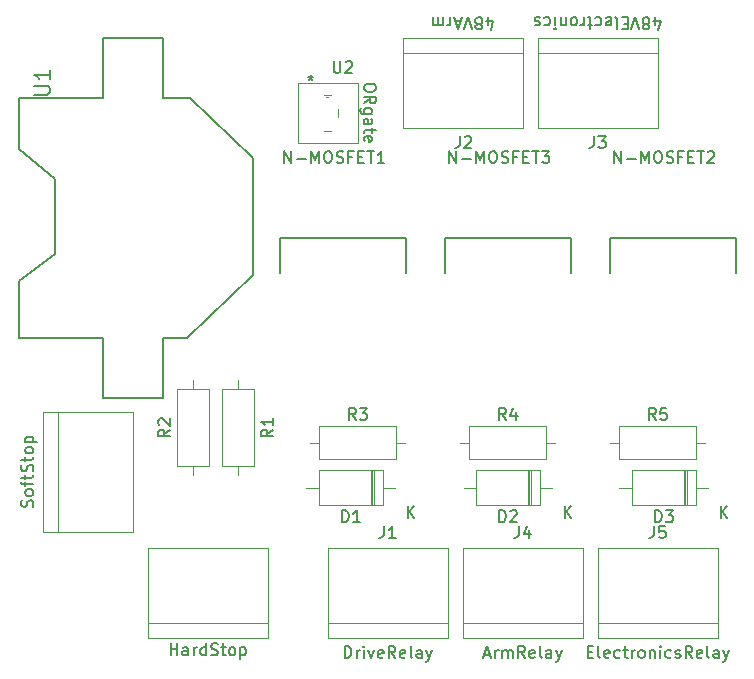
<source format=gbr>
%TF.GenerationSoftware,KiCad,Pcbnew,(5.1.10)-1*%
%TF.CreationDate,2022-01-12T13:36:28-08:00*%
%TF.ProjectId,killswitch,6b696c6c-7377-4697-9463-682e6b696361,rev?*%
%TF.SameCoordinates,Original*%
%TF.FileFunction,Legend,Top*%
%TF.FilePolarity,Positive*%
%FSLAX46Y46*%
G04 Gerber Fmt 4.6, Leading zero omitted, Abs format (unit mm)*
G04 Created by KiCad (PCBNEW (5.1.10)-1) date 2022-01-12 13:36:28*
%MOMM*%
%LPD*%
G01*
G04 APERTURE LIST*
%ADD10C,0.120000*%
%ADD11C,0.150000*%
%ADD12C,0.127000*%
G04 APERTURE END LIST*
D10*
X160020000Y-60960000D02*
X154940000Y-60960000D01*
X160020000Y-66040000D02*
X160020000Y-60960000D01*
X154940000Y-66040000D02*
X160020000Y-66040000D01*
X154940000Y-60960000D02*
X154940000Y-66040000D01*
D11*
X171029047Y-56094285D02*
X171029047Y-55427619D01*
X171267142Y-56475238D02*
X171505238Y-55760952D01*
X170886190Y-55760952D01*
X170362380Y-55999047D02*
X170457619Y-56046666D01*
X170505238Y-56094285D01*
X170552857Y-56189523D01*
X170552857Y-56237142D01*
X170505238Y-56332380D01*
X170457619Y-56380000D01*
X170362380Y-56427619D01*
X170171904Y-56427619D01*
X170076666Y-56380000D01*
X170029047Y-56332380D01*
X169981428Y-56237142D01*
X169981428Y-56189523D01*
X170029047Y-56094285D01*
X170076666Y-56046666D01*
X170171904Y-55999047D01*
X170362380Y-55999047D01*
X170457619Y-55951428D01*
X170505238Y-55903809D01*
X170552857Y-55808571D01*
X170552857Y-55618095D01*
X170505238Y-55522857D01*
X170457619Y-55475238D01*
X170362380Y-55427619D01*
X170171904Y-55427619D01*
X170076666Y-55475238D01*
X170029047Y-55522857D01*
X169981428Y-55618095D01*
X169981428Y-55808571D01*
X170029047Y-55903809D01*
X170076666Y-55951428D01*
X170171904Y-55999047D01*
X169695714Y-56427619D02*
X169362380Y-55427619D01*
X169029047Y-56427619D01*
X168743333Y-55713333D02*
X168267142Y-55713333D01*
X168838571Y-55427619D02*
X168505238Y-56427619D01*
X168171904Y-55427619D01*
X167838571Y-55427619D02*
X167838571Y-56094285D01*
X167838571Y-55903809D02*
X167790952Y-55999047D01*
X167743333Y-56046666D01*
X167648095Y-56094285D01*
X167552857Y-56094285D01*
X167219523Y-55427619D02*
X167219523Y-56094285D01*
X167219523Y-55999047D02*
X167171904Y-56046666D01*
X167076666Y-56094285D01*
X166933809Y-56094285D01*
X166838571Y-56046666D01*
X166790952Y-55951428D01*
X166790952Y-55427619D01*
X166790952Y-55951428D02*
X166743333Y-56046666D01*
X166648095Y-56094285D01*
X166505238Y-56094285D01*
X166410000Y-56046666D01*
X166362380Y-55951428D01*
X166362380Y-55427619D01*
X185197142Y-56094285D02*
X185197142Y-55427619D01*
X185435238Y-56475238D02*
X185673333Y-55760952D01*
X185054285Y-55760952D01*
X184530476Y-55999047D02*
X184625714Y-56046666D01*
X184673333Y-56094285D01*
X184720952Y-56189523D01*
X184720952Y-56237142D01*
X184673333Y-56332380D01*
X184625714Y-56380000D01*
X184530476Y-56427619D01*
X184340000Y-56427619D01*
X184244761Y-56380000D01*
X184197142Y-56332380D01*
X184149523Y-56237142D01*
X184149523Y-56189523D01*
X184197142Y-56094285D01*
X184244761Y-56046666D01*
X184340000Y-55999047D01*
X184530476Y-55999047D01*
X184625714Y-55951428D01*
X184673333Y-55903809D01*
X184720952Y-55808571D01*
X184720952Y-55618095D01*
X184673333Y-55522857D01*
X184625714Y-55475238D01*
X184530476Y-55427619D01*
X184340000Y-55427619D01*
X184244761Y-55475238D01*
X184197142Y-55522857D01*
X184149523Y-55618095D01*
X184149523Y-55808571D01*
X184197142Y-55903809D01*
X184244761Y-55951428D01*
X184340000Y-55999047D01*
X183863809Y-56427619D02*
X183530476Y-55427619D01*
X183197142Y-56427619D01*
X182863809Y-55951428D02*
X182530476Y-55951428D01*
X182387619Y-55427619D02*
X182863809Y-55427619D01*
X182863809Y-56427619D01*
X182387619Y-56427619D01*
X181816190Y-55427619D02*
X181911428Y-55475238D01*
X181959047Y-55570476D01*
X181959047Y-56427619D01*
X181054285Y-55475238D02*
X181149523Y-55427619D01*
X181340000Y-55427619D01*
X181435238Y-55475238D01*
X181482857Y-55570476D01*
X181482857Y-55951428D01*
X181435238Y-56046666D01*
X181340000Y-56094285D01*
X181149523Y-56094285D01*
X181054285Y-56046666D01*
X181006666Y-55951428D01*
X181006666Y-55856190D01*
X181482857Y-55760952D01*
X180149523Y-55475238D02*
X180244761Y-55427619D01*
X180435238Y-55427619D01*
X180530476Y-55475238D01*
X180578095Y-55522857D01*
X180625714Y-55618095D01*
X180625714Y-55903809D01*
X180578095Y-55999047D01*
X180530476Y-56046666D01*
X180435238Y-56094285D01*
X180244761Y-56094285D01*
X180149523Y-56046666D01*
X179863809Y-56094285D02*
X179482857Y-56094285D01*
X179720952Y-56427619D02*
X179720952Y-55570476D01*
X179673333Y-55475238D01*
X179578095Y-55427619D01*
X179482857Y-55427619D01*
X179149523Y-55427619D02*
X179149523Y-56094285D01*
X179149523Y-55903809D02*
X179101904Y-55999047D01*
X179054285Y-56046666D01*
X178959047Y-56094285D01*
X178863809Y-56094285D01*
X178387619Y-55427619D02*
X178482857Y-55475238D01*
X178530476Y-55522857D01*
X178578095Y-55618095D01*
X178578095Y-55903809D01*
X178530476Y-55999047D01*
X178482857Y-56046666D01*
X178387619Y-56094285D01*
X178244761Y-56094285D01*
X178149523Y-56046666D01*
X178101904Y-55999047D01*
X178054285Y-55903809D01*
X178054285Y-55618095D01*
X178101904Y-55522857D01*
X178149523Y-55475238D01*
X178244761Y-55427619D01*
X178387619Y-55427619D01*
X177625714Y-56094285D02*
X177625714Y-55427619D01*
X177625714Y-55999047D02*
X177578095Y-56046666D01*
X177482857Y-56094285D01*
X177340000Y-56094285D01*
X177244761Y-56046666D01*
X177197142Y-55951428D01*
X177197142Y-55427619D01*
X176720952Y-55427619D02*
X176720952Y-56094285D01*
X176720952Y-56427619D02*
X176768571Y-56380000D01*
X176720952Y-56332380D01*
X176673333Y-56380000D01*
X176720952Y-56427619D01*
X176720952Y-56332380D01*
X175816190Y-55475238D02*
X175911428Y-55427619D01*
X176101904Y-55427619D01*
X176197142Y-55475238D01*
X176244761Y-55522857D01*
X176292380Y-55618095D01*
X176292380Y-55903809D01*
X176244761Y-55999047D01*
X176197142Y-56046666D01*
X176101904Y-56094285D01*
X175911428Y-56094285D01*
X175816190Y-56046666D01*
X175435238Y-55475238D02*
X175340000Y-55427619D01*
X175149523Y-55427619D01*
X175054285Y-55475238D01*
X175006666Y-55570476D01*
X175006666Y-55618095D01*
X175054285Y-55713333D01*
X175149523Y-55760952D01*
X175292380Y-55760952D01*
X175387619Y-55808571D01*
X175435238Y-55903809D01*
X175435238Y-55951428D01*
X175387619Y-56046666D01*
X175292380Y-56094285D01*
X175149523Y-56094285D01*
X175054285Y-56046666D01*
X179491428Y-109148571D02*
X179824761Y-109148571D01*
X179967619Y-109672380D02*
X179491428Y-109672380D01*
X179491428Y-108672380D01*
X179967619Y-108672380D01*
X180539047Y-109672380D02*
X180443809Y-109624761D01*
X180396190Y-109529523D01*
X180396190Y-108672380D01*
X181300952Y-109624761D02*
X181205714Y-109672380D01*
X181015238Y-109672380D01*
X180920000Y-109624761D01*
X180872380Y-109529523D01*
X180872380Y-109148571D01*
X180920000Y-109053333D01*
X181015238Y-109005714D01*
X181205714Y-109005714D01*
X181300952Y-109053333D01*
X181348571Y-109148571D01*
X181348571Y-109243809D01*
X180872380Y-109339047D01*
X182205714Y-109624761D02*
X182110476Y-109672380D01*
X181920000Y-109672380D01*
X181824761Y-109624761D01*
X181777142Y-109577142D01*
X181729523Y-109481904D01*
X181729523Y-109196190D01*
X181777142Y-109100952D01*
X181824761Y-109053333D01*
X181920000Y-109005714D01*
X182110476Y-109005714D01*
X182205714Y-109053333D01*
X182491428Y-109005714D02*
X182872380Y-109005714D01*
X182634285Y-108672380D02*
X182634285Y-109529523D01*
X182681904Y-109624761D01*
X182777142Y-109672380D01*
X182872380Y-109672380D01*
X183205714Y-109672380D02*
X183205714Y-109005714D01*
X183205714Y-109196190D02*
X183253333Y-109100952D01*
X183300952Y-109053333D01*
X183396190Y-109005714D01*
X183491428Y-109005714D01*
X183967619Y-109672380D02*
X183872380Y-109624761D01*
X183824761Y-109577142D01*
X183777142Y-109481904D01*
X183777142Y-109196190D01*
X183824761Y-109100952D01*
X183872380Y-109053333D01*
X183967619Y-109005714D01*
X184110476Y-109005714D01*
X184205714Y-109053333D01*
X184253333Y-109100952D01*
X184300952Y-109196190D01*
X184300952Y-109481904D01*
X184253333Y-109577142D01*
X184205714Y-109624761D01*
X184110476Y-109672380D01*
X183967619Y-109672380D01*
X184729523Y-109005714D02*
X184729523Y-109672380D01*
X184729523Y-109100952D02*
X184777142Y-109053333D01*
X184872380Y-109005714D01*
X185015238Y-109005714D01*
X185110476Y-109053333D01*
X185158095Y-109148571D01*
X185158095Y-109672380D01*
X185634285Y-109672380D02*
X185634285Y-109005714D01*
X185634285Y-108672380D02*
X185586666Y-108720000D01*
X185634285Y-108767619D01*
X185681904Y-108720000D01*
X185634285Y-108672380D01*
X185634285Y-108767619D01*
X186539047Y-109624761D02*
X186443809Y-109672380D01*
X186253333Y-109672380D01*
X186158095Y-109624761D01*
X186110476Y-109577142D01*
X186062857Y-109481904D01*
X186062857Y-109196190D01*
X186110476Y-109100952D01*
X186158095Y-109053333D01*
X186253333Y-109005714D01*
X186443809Y-109005714D01*
X186539047Y-109053333D01*
X186920000Y-109624761D02*
X187015238Y-109672380D01*
X187205714Y-109672380D01*
X187300952Y-109624761D01*
X187348571Y-109529523D01*
X187348571Y-109481904D01*
X187300952Y-109386666D01*
X187205714Y-109339047D01*
X187062857Y-109339047D01*
X186967619Y-109291428D01*
X186920000Y-109196190D01*
X186920000Y-109148571D01*
X186967619Y-109053333D01*
X187062857Y-109005714D01*
X187205714Y-109005714D01*
X187300952Y-109053333D01*
X188348571Y-109672380D02*
X188015238Y-109196190D01*
X187777142Y-109672380D02*
X187777142Y-108672380D01*
X188158095Y-108672380D01*
X188253333Y-108720000D01*
X188300952Y-108767619D01*
X188348571Y-108862857D01*
X188348571Y-109005714D01*
X188300952Y-109100952D01*
X188253333Y-109148571D01*
X188158095Y-109196190D01*
X187777142Y-109196190D01*
X189158095Y-109624761D02*
X189062857Y-109672380D01*
X188872380Y-109672380D01*
X188777142Y-109624761D01*
X188729523Y-109529523D01*
X188729523Y-109148571D01*
X188777142Y-109053333D01*
X188872380Y-109005714D01*
X189062857Y-109005714D01*
X189158095Y-109053333D01*
X189205714Y-109148571D01*
X189205714Y-109243809D01*
X188729523Y-109339047D01*
X189777142Y-109672380D02*
X189681904Y-109624761D01*
X189634285Y-109529523D01*
X189634285Y-108672380D01*
X190586666Y-109672380D02*
X190586666Y-109148571D01*
X190539047Y-109053333D01*
X190443809Y-109005714D01*
X190253333Y-109005714D01*
X190158095Y-109053333D01*
X190586666Y-109624761D02*
X190491428Y-109672380D01*
X190253333Y-109672380D01*
X190158095Y-109624761D01*
X190110476Y-109529523D01*
X190110476Y-109434285D01*
X190158095Y-109339047D01*
X190253333Y-109291428D01*
X190491428Y-109291428D01*
X190586666Y-109243809D01*
X190967619Y-109005714D02*
X191205714Y-109672380D01*
X191443809Y-109005714D02*
X191205714Y-109672380D01*
X191110476Y-109910476D01*
X191062857Y-109958095D01*
X190967619Y-110005714D01*
X170751904Y-109386666D02*
X171228095Y-109386666D01*
X170656666Y-109672380D02*
X170990000Y-108672380D01*
X171323333Y-109672380D01*
X171656666Y-109672380D02*
X171656666Y-109005714D01*
X171656666Y-109196190D02*
X171704285Y-109100952D01*
X171751904Y-109053333D01*
X171847142Y-109005714D01*
X171942380Y-109005714D01*
X172275714Y-109672380D02*
X172275714Y-109005714D01*
X172275714Y-109100952D02*
X172323333Y-109053333D01*
X172418571Y-109005714D01*
X172561428Y-109005714D01*
X172656666Y-109053333D01*
X172704285Y-109148571D01*
X172704285Y-109672380D01*
X172704285Y-109148571D02*
X172751904Y-109053333D01*
X172847142Y-109005714D01*
X172990000Y-109005714D01*
X173085238Y-109053333D01*
X173132857Y-109148571D01*
X173132857Y-109672380D01*
X174180476Y-109672380D02*
X173847142Y-109196190D01*
X173609047Y-109672380D02*
X173609047Y-108672380D01*
X173990000Y-108672380D01*
X174085238Y-108720000D01*
X174132857Y-108767619D01*
X174180476Y-108862857D01*
X174180476Y-109005714D01*
X174132857Y-109100952D01*
X174085238Y-109148571D01*
X173990000Y-109196190D01*
X173609047Y-109196190D01*
X174990000Y-109624761D02*
X174894761Y-109672380D01*
X174704285Y-109672380D01*
X174609047Y-109624761D01*
X174561428Y-109529523D01*
X174561428Y-109148571D01*
X174609047Y-109053333D01*
X174704285Y-109005714D01*
X174894761Y-109005714D01*
X174990000Y-109053333D01*
X175037619Y-109148571D01*
X175037619Y-109243809D01*
X174561428Y-109339047D01*
X175609047Y-109672380D02*
X175513809Y-109624761D01*
X175466190Y-109529523D01*
X175466190Y-108672380D01*
X176418571Y-109672380D02*
X176418571Y-109148571D01*
X176370952Y-109053333D01*
X176275714Y-109005714D01*
X176085238Y-109005714D01*
X175990000Y-109053333D01*
X176418571Y-109624761D02*
X176323333Y-109672380D01*
X176085238Y-109672380D01*
X175990000Y-109624761D01*
X175942380Y-109529523D01*
X175942380Y-109434285D01*
X175990000Y-109339047D01*
X176085238Y-109291428D01*
X176323333Y-109291428D01*
X176418571Y-109243809D01*
X176799523Y-109005714D02*
X177037619Y-109672380D01*
X177275714Y-109005714D02*
X177037619Y-109672380D01*
X176942380Y-109910476D01*
X176894761Y-109958095D01*
X176799523Y-110005714D01*
X158917142Y-109672380D02*
X158917142Y-108672380D01*
X159155238Y-108672380D01*
X159298095Y-108720000D01*
X159393333Y-108815238D01*
X159440952Y-108910476D01*
X159488571Y-109100952D01*
X159488571Y-109243809D01*
X159440952Y-109434285D01*
X159393333Y-109529523D01*
X159298095Y-109624761D01*
X159155238Y-109672380D01*
X158917142Y-109672380D01*
X159917142Y-109672380D02*
X159917142Y-109005714D01*
X159917142Y-109196190D02*
X159964761Y-109100952D01*
X160012380Y-109053333D01*
X160107619Y-109005714D01*
X160202857Y-109005714D01*
X160536190Y-109672380D02*
X160536190Y-109005714D01*
X160536190Y-108672380D02*
X160488571Y-108720000D01*
X160536190Y-108767619D01*
X160583809Y-108720000D01*
X160536190Y-108672380D01*
X160536190Y-108767619D01*
X160917142Y-109005714D02*
X161155238Y-109672380D01*
X161393333Y-109005714D01*
X162155238Y-109624761D02*
X162060000Y-109672380D01*
X161869523Y-109672380D01*
X161774285Y-109624761D01*
X161726666Y-109529523D01*
X161726666Y-109148571D01*
X161774285Y-109053333D01*
X161869523Y-109005714D01*
X162060000Y-109005714D01*
X162155238Y-109053333D01*
X162202857Y-109148571D01*
X162202857Y-109243809D01*
X161726666Y-109339047D01*
X163202857Y-109672380D02*
X162869523Y-109196190D01*
X162631428Y-109672380D02*
X162631428Y-108672380D01*
X163012380Y-108672380D01*
X163107619Y-108720000D01*
X163155238Y-108767619D01*
X163202857Y-108862857D01*
X163202857Y-109005714D01*
X163155238Y-109100952D01*
X163107619Y-109148571D01*
X163012380Y-109196190D01*
X162631428Y-109196190D01*
X164012380Y-109624761D02*
X163917142Y-109672380D01*
X163726666Y-109672380D01*
X163631428Y-109624761D01*
X163583809Y-109529523D01*
X163583809Y-109148571D01*
X163631428Y-109053333D01*
X163726666Y-109005714D01*
X163917142Y-109005714D01*
X164012380Y-109053333D01*
X164060000Y-109148571D01*
X164060000Y-109243809D01*
X163583809Y-109339047D01*
X164631428Y-109672380D02*
X164536190Y-109624761D01*
X164488571Y-109529523D01*
X164488571Y-108672380D01*
X165440952Y-109672380D02*
X165440952Y-109148571D01*
X165393333Y-109053333D01*
X165298095Y-109005714D01*
X165107619Y-109005714D01*
X165012380Y-109053333D01*
X165440952Y-109624761D02*
X165345714Y-109672380D01*
X165107619Y-109672380D01*
X165012380Y-109624761D01*
X164964761Y-109529523D01*
X164964761Y-109434285D01*
X165012380Y-109339047D01*
X165107619Y-109291428D01*
X165345714Y-109291428D01*
X165440952Y-109243809D01*
X165821904Y-109005714D02*
X166060000Y-109672380D01*
X166298095Y-109005714D02*
X166060000Y-109672380D01*
X165964761Y-109910476D01*
X165917142Y-109958095D01*
X165821904Y-110005714D01*
D10*
%TO.C,D1*%
X162140000Y-96720000D02*
X162140000Y-93780000D01*
X162140000Y-93780000D02*
X156700000Y-93780000D01*
X156700000Y-93780000D02*
X156700000Y-96720000D01*
X156700000Y-96720000D02*
X162140000Y-96720000D01*
X163160000Y-95250000D02*
X162140000Y-95250000D01*
X155680000Y-95250000D02*
X156700000Y-95250000D01*
X161240000Y-96720000D02*
X161240000Y-93780000D01*
X161120000Y-96720000D02*
X161120000Y-93780000D01*
X161360000Y-96720000D02*
X161360000Y-93780000D01*
%TO.C,D2*%
X175440000Y-96720000D02*
X175440000Y-93780000D01*
X175440000Y-93780000D02*
X170000000Y-93780000D01*
X170000000Y-93780000D02*
X170000000Y-96720000D01*
X170000000Y-96720000D02*
X175440000Y-96720000D01*
X176460000Y-95250000D02*
X175440000Y-95250000D01*
X168980000Y-95250000D02*
X170000000Y-95250000D01*
X174540000Y-96720000D02*
X174540000Y-93780000D01*
X174420000Y-96720000D02*
X174420000Y-93780000D01*
X174660000Y-96720000D02*
X174660000Y-93780000D01*
%TO.C,D3*%
X187860000Y-96720000D02*
X187860000Y-93780000D01*
X187620000Y-96720000D02*
X187620000Y-93780000D01*
X187740000Y-96720000D02*
X187740000Y-93780000D01*
X182180000Y-95250000D02*
X183200000Y-95250000D01*
X189660000Y-95250000D02*
X188640000Y-95250000D01*
X183200000Y-96720000D02*
X188640000Y-96720000D01*
X183200000Y-93780000D02*
X183200000Y-96720000D01*
X188640000Y-93780000D02*
X183200000Y-93780000D01*
X188640000Y-96720000D02*
X188640000Y-93780000D01*
%TO.C,J1*%
X157480000Y-107950000D02*
X167640000Y-107950000D01*
X157480000Y-100330000D02*
X157480000Y-107950000D01*
X167640000Y-100330000D02*
X157480000Y-100330000D01*
X167640000Y-107950000D02*
X167640000Y-100330000D01*
X167640000Y-106680000D02*
X157480000Y-106680000D01*
%TO.C,J2*%
X163855400Y-58420000D02*
X174015400Y-58420000D01*
X163855400Y-64770000D02*
X174015400Y-64770000D01*
X163855400Y-57150000D02*
X163855400Y-64770000D01*
X174015400Y-57150000D02*
X163855400Y-57150000D01*
X174015400Y-64770000D02*
X174015400Y-57150000D01*
%TO.C,J4*%
X179070000Y-106680000D02*
X168910000Y-106680000D01*
X179070000Y-107950000D02*
X179070000Y-100330000D01*
X179070000Y-100330000D02*
X168910000Y-100330000D01*
X168910000Y-100330000D02*
X168910000Y-107950000D01*
X168910000Y-107950000D02*
X179070000Y-107950000D01*
%TO.C,J5*%
X180340000Y-107950000D02*
X190500000Y-107950000D01*
X180340000Y-100330000D02*
X180340000Y-107950000D01*
X190500000Y-100330000D02*
X180340000Y-100330000D01*
X190500000Y-107950000D02*
X190500000Y-100330000D01*
X190500000Y-106680000D02*
X180340000Y-106680000D01*
D11*
%TO.C,N-MOSFET1*%
X164085000Y-74110000D02*
X164085000Y-77095000D01*
X164085000Y-74110000D02*
X153415000Y-74110000D01*
X153415000Y-74110000D02*
X153415000Y-77095000D01*
%TO.C,N-MOSFET2*%
X181355000Y-74110000D02*
X181355000Y-77095000D01*
X192025000Y-74110000D02*
X181355000Y-74110000D01*
X192025000Y-74110000D02*
X192025000Y-77095000D01*
%TO.C,N-MOSFET3*%
X178055000Y-74110000D02*
X178055000Y-77095000D01*
X178055000Y-74110000D02*
X167385000Y-74110000D01*
X167385000Y-74110000D02*
X167385000Y-77095000D01*
D10*
%TO.C,SoftStop*%
X134620000Y-99034600D02*
X134620000Y-88874600D01*
X140970000Y-99034600D02*
X140970000Y-88874600D01*
X133350000Y-99034600D02*
X140970000Y-99034600D01*
X133350000Y-88874600D02*
X133350000Y-99034600D01*
X140970000Y-88874600D02*
X133350000Y-88874600D01*
%TO.C,HardStop*%
X142240000Y-100330000D02*
X142240000Y-107950000D01*
X142240000Y-107950000D02*
X152400000Y-107950000D01*
X152400000Y-107950000D02*
X152400000Y-100330000D01*
X152400000Y-100330000D02*
X142240000Y-100330000D01*
X152400000Y-106680000D02*
X142240000Y-106680000D01*
%TO.C,R1*%
X149860000Y-86130000D02*
X149860000Y-86900000D01*
X149860000Y-94210000D02*
X149860000Y-93440000D01*
X148490000Y-86900000D02*
X148490000Y-93440000D01*
X151230000Y-86900000D02*
X148490000Y-86900000D01*
X151230000Y-93440000D02*
X151230000Y-86900000D01*
X148490000Y-93440000D02*
X151230000Y-93440000D01*
%TO.C,R2*%
X146050000Y-86130000D02*
X146050000Y-86900000D01*
X146050000Y-94210000D02*
X146050000Y-93440000D01*
X144680000Y-86900000D02*
X144680000Y-93440000D01*
X147420000Y-86900000D02*
X144680000Y-86900000D01*
X147420000Y-93440000D02*
X147420000Y-86900000D01*
X144680000Y-93440000D02*
X147420000Y-93440000D01*
%TO.C,R3*%
X156750000Y-90070000D02*
X156750000Y-92810000D01*
X156750000Y-92810000D02*
X163290000Y-92810000D01*
X163290000Y-92810000D02*
X163290000Y-90070000D01*
X163290000Y-90070000D02*
X156750000Y-90070000D01*
X155980000Y-91440000D02*
X156750000Y-91440000D01*
X164060000Y-91440000D02*
X163290000Y-91440000D01*
%TO.C,R4*%
X176760000Y-91440000D02*
X175990000Y-91440000D01*
X168680000Y-91440000D02*
X169450000Y-91440000D01*
X175990000Y-90070000D02*
X169450000Y-90070000D01*
X175990000Y-92810000D02*
X175990000Y-90070000D01*
X169450000Y-92810000D02*
X175990000Y-92810000D01*
X169450000Y-90070000D02*
X169450000Y-92810000D01*
%TO.C,R5*%
X182150000Y-90070000D02*
X182150000Y-92810000D01*
X182150000Y-92810000D02*
X188690000Y-92810000D01*
X188690000Y-92810000D02*
X188690000Y-90070000D01*
X188690000Y-90070000D02*
X182150000Y-90070000D01*
X181380000Y-91440000D02*
X182150000Y-91440000D01*
X189460000Y-91440000D02*
X188690000Y-91440000D01*
D12*
%TO.C,U1*%
X143510000Y-87630000D02*
X143510000Y-82550000D01*
X143510000Y-82550000D02*
X145542000Y-82550000D01*
X145542000Y-82550000D02*
X151130000Y-77216000D01*
X151130000Y-77216000D02*
X151130000Y-67310000D01*
X151130000Y-67310000D02*
X145796000Y-62230000D01*
X145796000Y-62230000D02*
X143510000Y-62230000D01*
X143510000Y-62230000D02*
X143510000Y-57150000D01*
X143510000Y-57150000D02*
X138430000Y-57150000D01*
X138430000Y-57150000D02*
X138430000Y-62230000D01*
X138430000Y-62230000D02*
X131318000Y-62230000D01*
X131318000Y-62230000D02*
X131318000Y-66548000D01*
X131318000Y-66548000D02*
X134366000Y-69088000D01*
X134366000Y-69088000D02*
X134366000Y-75438000D01*
X134366000Y-75438000D02*
X131318000Y-77724000D01*
X131318000Y-77724000D02*
X131318000Y-82550000D01*
X131318000Y-82550000D02*
X138430000Y-82550000D01*
X138430000Y-82550000D02*
X138430000Y-87630000D01*
X138430000Y-87630000D02*
X143510000Y-87630000D01*
D10*
%TO.C,U2*%
X157782516Y-61976000D02*
X157177484Y-61976000D01*
X158356300Y-63837861D02*
X158356300Y-63162139D01*
X157177484Y-65024000D02*
X157782516Y-65024000D01*
X157604872Y-62254047D02*
G75*
G02*
X157355128Y-62254047I-124872J278047D01*
G01*
%TO.C,J3*%
X175285400Y-58420000D02*
X185445400Y-58420000D01*
X175285400Y-64770000D02*
X185445400Y-64770000D01*
X175285400Y-57150000D02*
X175285400Y-64770000D01*
X185445400Y-57150000D02*
X175285400Y-57150000D01*
X185445400Y-64770000D02*
X185445400Y-57150000D01*
%TO.C,D1*%
D11*
X158681904Y-98172380D02*
X158681904Y-97172380D01*
X158920000Y-97172380D01*
X159062857Y-97220000D01*
X159158095Y-97315238D01*
X159205714Y-97410476D01*
X159253333Y-97600952D01*
X159253333Y-97743809D01*
X159205714Y-97934285D01*
X159158095Y-98029523D01*
X159062857Y-98124761D01*
X158920000Y-98172380D01*
X158681904Y-98172380D01*
X160205714Y-98172380D02*
X159634285Y-98172380D01*
X159920000Y-98172380D02*
X159920000Y-97172380D01*
X159824761Y-97315238D01*
X159729523Y-97410476D01*
X159634285Y-97458095D01*
X164238095Y-97802380D02*
X164238095Y-96802380D01*
X164809523Y-97802380D02*
X164380952Y-97230952D01*
X164809523Y-96802380D02*
X164238095Y-97373809D01*
%TO.C,D2*%
X171981904Y-98172380D02*
X171981904Y-97172380D01*
X172220000Y-97172380D01*
X172362857Y-97220000D01*
X172458095Y-97315238D01*
X172505714Y-97410476D01*
X172553333Y-97600952D01*
X172553333Y-97743809D01*
X172505714Y-97934285D01*
X172458095Y-98029523D01*
X172362857Y-98124761D01*
X172220000Y-98172380D01*
X171981904Y-98172380D01*
X172934285Y-97267619D02*
X172981904Y-97220000D01*
X173077142Y-97172380D01*
X173315238Y-97172380D01*
X173410476Y-97220000D01*
X173458095Y-97267619D01*
X173505714Y-97362857D01*
X173505714Y-97458095D01*
X173458095Y-97600952D01*
X172886666Y-98172380D01*
X173505714Y-98172380D01*
X177538095Y-97802380D02*
X177538095Y-96802380D01*
X178109523Y-97802380D02*
X177680952Y-97230952D01*
X178109523Y-96802380D02*
X177538095Y-97373809D01*
%TO.C,D3*%
X185181904Y-98172380D02*
X185181904Y-97172380D01*
X185420000Y-97172380D01*
X185562857Y-97220000D01*
X185658095Y-97315238D01*
X185705714Y-97410476D01*
X185753333Y-97600952D01*
X185753333Y-97743809D01*
X185705714Y-97934285D01*
X185658095Y-98029523D01*
X185562857Y-98124761D01*
X185420000Y-98172380D01*
X185181904Y-98172380D01*
X186086666Y-97172380D02*
X186705714Y-97172380D01*
X186372380Y-97553333D01*
X186515238Y-97553333D01*
X186610476Y-97600952D01*
X186658095Y-97648571D01*
X186705714Y-97743809D01*
X186705714Y-97981904D01*
X186658095Y-98077142D01*
X186610476Y-98124761D01*
X186515238Y-98172380D01*
X186229523Y-98172380D01*
X186134285Y-98124761D01*
X186086666Y-98077142D01*
X190738095Y-97802380D02*
X190738095Y-96802380D01*
X191309523Y-97802380D02*
X190880952Y-97230952D01*
X191309523Y-96802380D02*
X190738095Y-97373809D01*
%TO.C,J1*%
X162226666Y-98512380D02*
X162226666Y-99226666D01*
X162179047Y-99369523D01*
X162083809Y-99464761D01*
X161940952Y-99512380D01*
X161845714Y-99512380D01*
X163226666Y-99512380D02*
X162655238Y-99512380D01*
X162940952Y-99512380D02*
X162940952Y-98512380D01*
X162845714Y-98655238D01*
X162750476Y-98750476D01*
X162655238Y-98798095D01*
%TO.C,J2*%
X168652866Y-65492380D02*
X168652866Y-66206666D01*
X168605247Y-66349523D01*
X168510009Y-66444761D01*
X168367152Y-66492380D01*
X168271914Y-66492380D01*
X169081438Y-65587619D02*
X169129057Y-65540000D01*
X169224295Y-65492380D01*
X169462390Y-65492380D01*
X169557628Y-65540000D01*
X169605247Y-65587619D01*
X169652866Y-65682857D01*
X169652866Y-65778095D01*
X169605247Y-65920952D01*
X169033819Y-66492380D01*
X169652866Y-66492380D01*
%TO.C,J4*%
X173656666Y-98512380D02*
X173656666Y-99226666D01*
X173609047Y-99369523D01*
X173513809Y-99464761D01*
X173370952Y-99512380D01*
X173275714Y-99512380D01*
X174561428Y-98845714D02*
X174561428Y-99512380D01*
X174323333Y-98464761D02*
X174085238Y-99179047D01*
X174704285Y-99179047D01*
%TO.C,J5*%
X185086666Y-98512380D02*
X185086666Y-99226666D01*
X185039047Y-99369523D01*
X184943809Y-99464761D01*
X184800952Y-99512380D01*
X184705714Y-99512380D01*
X186039047Y-98512380D02*
X185562857Y-98512380D01*
X185515238Y-98988571D01*
X185562857Y-98940952D01*
X185658095Y-98893333D01*
X185896190Y-98893333D01*
X185991428Y-98940952D01*
X186039047Y-98988571D01*
X186086666Y-99083809D01*
X186086666Y-99321904D01*
X186039047Y-99417142D01*
X185991428Y-99464761D01*
X185896190Y-99512380D01*
X185658095Y-99512380D01*
X185562857Y-99464761D01*
X185515238Y-99417142D01*
%TO.C,N-MOSFET1*%
X153795833Y-67762380D02*
X153795833Y-66762380D01*
X154367261Y-67762380D01*
X154367261Y-66762380D01*
X154843452Y-67381428D02*
X155605357Y-67381428D01*
X156081547Y-67762380D02*
X156081547Y-66762380D01*
X156414880Y-67476666D01*
X156748214Y-66762380D01*
X156748214Y-67762380D01*
X157414880Y-66762380D02*
X157605357Y-66762380D01*
X157700595Y-66810000D01*
X157795833Y-66905238D01*
X157843452Y-67095714D01*
X157843452Y-67429047D01*
X157795833Y-67619523D01*
X157700595Y-67714761D01*
X157605357Y-67762380D01*
X157414880Y-67762380D01*
X157319642Y-67714761D01*
X157224404Y-67619523D01*
X157176785Y-67429047D01*
X157176785Y-67095714D01*
X157224404Y-66905238D01*
X157319642Y-66810000D01*
X157414880Y-66762380D01*
X158224404Y-67714761D02*
X158367261Y-67762380D01*
X158605357Y-67762380D01*
X158700595Y-67714761D01*
X158748214Y-67667142D01*
X158795833Y-67571904D01*
X158795833Y-67476666D01*
X158748214Y-67381428D01*
X158700595Y-67333809D01*
X158605357Y-67286190D01*
X158414880Y-67238571D01*
X158319642Y-67190952D01*
X158272023Y-67143333D01*
X158224404Y-67048095D01*
X158224404Y-66952857D01*
X158272023Y-66857619D01*
X158319642Y-66810000D01*
X158414880Y-66762380D01*
X158652976Y-66762380D01*
X158795833Y-66810000D01*
X159557738Y-67238571D02*
X159224404Y-67238571D01*
X159224404Y-67762380D02*
X159224404Y-66762380D01*
X159700595Y-66762380D01*
X160081547Y-67238571D02*
X160414880Y-67238571D01*
X160557738Y-67762380D02*
X160081547Y-67762380D01*
X160081547Y-66762380D01*
X160557738Y-66762380D01*
X160843452Y-66762380D02*
X161414880Y-66762380D01*
X161129166Y-67762380D02*
X161129166Y-66762380D01*
X162272023Y-67762380D02*
X161700595Y-67762380D01*
X161986309Y-67762380D02*
X161986309Y-66762380D01*
X161891071Y-66905238D01*
X161795833Y-67000476D01*
X161700595Y-67048095D01*
%TO.C,N-MOSFET2*%
X181735833Y-67762380D02*
X181735833Y-66762380D01*
X182307261Y-67762380D01*
X182307261Y-66762380D01*
X182783452Y-67381428D02*
X183545357Y-67381428D01*
X184021547Y-67762380D02*
X184021547Y-66762380D01*
X184354880Y-67476666D01*
X184688214Y-66762380D01*
X184688214Y-67762380D01*
X185354880Y-66762380D02*
X185545357Y-66762380D01*
X185640595Y-66810000D01*
X185735833Y-66905238D01*
X185783452Y-67095714D01*
X185783452Y-67429047D01*
X185735833Y-67619523D01*
X185640595Y-67714761D01*
X185545357Y-67762380D01*
X185354880Y-67762380D01*
X185259642Y-67714761D01*
X185164404Y-67619523D01*
X185116785Y-67429047D01*
X185116785Y-67095714D01*
X185164404Y-66905238D01*
X185259642Y-66810000D01*
X185354880Y-66762380D01*
X186164404Y-67714761D02*
X186307261Y-67762380D01*
X186545357Y-67762380D01*
X186640595Y-67714761D01*
X186688214Y-67667142D01*
X186735833Y-67571904D01*
X186735833Y-67476666D01*
X186688214Y-67381428D01*
X186640595Y-67333809D01*
X186545357Y-67286190D01*
X186354880Y-67238571D01*
X186259642Y-67190952D01*
X186212023Y-67143333D01*
X186164404Y-67048095D01*
X186164404Y-66952857D01*
X186212023Y-66857619D01*
X186259642Y-66810000D01*
X186354880Y-66762380D01*
X186592976Y-66762380D01*
X186735833Y-66810000D01*
X187497738Y-67238571D02*
X187164404Y-67238571D01*
X187164404Y-67762380D02*
X187164404Y-66762380D01*
X187640595Y-66762380D01*
X188021547Y-67238571D02*
X188354880Y-67238571D01*
X188497738Y-67762380D02*
X188021547Y-67762380D01*
X188021547Y-66762380D01*
X188497738Y-66762380D01*
X188783452Y-66762380D02*
X189354880Y-66762380D01*
X189069166Y-67762380D02*
X189069166Y-66762380D01*
X189640595Y-66857619D02*
X189688214Y-66810000D01*
X189783452Y-66762380D01*
X190021547Y-66762380D01*
X190116785Y-66810000D01*
X190164404Y-66857619D01*
X190212023Y-66952857D01*
X190212023Y-67048095D01*
X190164404Y-67190952D01*
X189592976Y-67762380D01*
X190212023Y-67762380D01*
%TO.C,N-MOSFET3*%
X167765833Y-67762380D02*
X167765833Y-66762380D01*
X168337261Y-67762380D01*
X168337261Y-66762380D01*
X168813452Y-67381428D02*
X169575357Y-67381428D01*
X170051547Y-67762380D02*
X170051547Y-66762380D01*
X170384880Y-67476666D01*
X170718214Y-66762380D01*
X170718214Y-67762380D01*
X171384880Y-66762380D02*
X171575357Y-66762380D01*
X171670595Y-66810000D01*
X171765833Y-66905238D01*
X171813452Y-67095714D01*
X171813452Y-67429047D01*
X171765833Y-67619523D01*
X171670595Y-67714761D01*
X171575357Y-67762380D01*
X171384880Y-67762380D01*
X171289642Y-67714761D01*
X171194404Y-67619523D01*
X171146785Y-67429047D01*
X171146785Y-67095714D01*
X171194404Y-66905238D01*
X171289642Y-66810000D01*
X171384880Y-66762380D01*
X172194404Y-67714761D02*
X172337261Y-67762380D01*
X172575357Y-67762380D01*
X172670595Y-67714761D01*
X172718214Y-67667142D01*
X172765833Y-67571904D01*
X172765833Y-67476666D01*
X172718214Y-67381428D01*
X172670595Y-67333809D01*
X172575357Y-67286190D01*
X172384880Y-67238571D01*
X172289642Y-67190952D01*
X172242023Y-67143333D01*
X172194404Y-67048095D01*
X172194404Y-66952857D01*
X172242023Y-66857619D01*
X172289642Y-66810000D01*
X172384880Y-66762380D01*
X172622976Y-66762380D01*
X172765833Y-66810000D01*
X173527738Y-67238571D02*
X173194404Y-67238571D01*
X173194404Y-67762380D02*
X173194404Y-66762380D01*
X173670595Y-66762380D01*
X174051547Y-67238571D02*
X174384880Y-67238571D01*
X174527738Y-67762380D02*
X174051547Y-67762380D01*
X174051547Y-66762380D01*
X174527738Y-66762380D01*
X174813452Y-66762380D02*
X175384880Y-66762380D01*
X175099166Y-67762380D02*
X175099166Y-66762380D01*
X175622976Y-66762380D02*
X176242023Y-66762380D01*
X175908690Y-67143333D01*
X176051547Y-67143333D01*
X176146785Y-67190952D01*
X176194404Y-67238571D01*
X176242023Y-67333809D01*
X176242023Y-67571904D01*
X176194404Y-67667142D01*
X176146785Y-67714761D01*
X176051547Y-67762380D01*
X175765833Y-67762380D01*
X175670595Y-67714761D01*
X175622976Y-67667142D01*
%TO.C,SoftStop*%
X132484761Y-96879990D02*
X132532380Y-96737133D01*
X132532380Y-96499038D01*
X132484761Y-96403800D01*
X132437142Y-96356180D01*
X132341904Y-96308561D01*
X132246666Y-96308561D01*
X132151428Y-96356180D01*
X132103809Y-96403800D01*
X132056190Y-96499038D01*
X132008571Y-96689514D01*
X131960952Y-96784752D01*
X131913333Y-96832371D01*
X131818095Y-96879990D01*
X131722857Y-96879990D01*
X131627619Y-96832371D01*
X131580000Y-96784752D01*
X131532380Y-96689514D01*
X131532380Y-96451419D01*
X131580000Y-96308561D01*
X132532380Y-95737133D02*
X132484761Y-95832371D01*
X132437142Y-95879990D01*
X132341904Y-95927609D01*
X132056190Y-95927609D01*
X131960952Y-95879990D01*
X131913333Y-95832371D01*
X131865714Y-95737133D01*
X131865714Y-95594276D01*
X131913333Y-95499038D01*
X131960952Y-95451419D01*
X132056190Y-95403800D01*
X132341904Y-95403800D01*
X132437142Y-95451419D01*
X132484761Y-95499038D01*
X132532380Y-95594276D01*
X132532380Y-95737133D01*
X131865714Y-95118085D02*
X131865714Y-94737133D01*
X132532380Y-94975228D02*
X131675238Y-94975228D01*
X131580000Y-94927609D01*
X131532380Y-94832371D01*
X131532380Y-94737133D01*
X131865714Y-94546657D02*
X131865714Y-94165704D01*
X131532380Y-94403800D02*
X132389523Y-94403800D01*
X132484761Y-94356180D01*
X132532380Y-94260942D01*
X132532380Y-94165704D01*
X132484761Y-93879990D02*
X132532380Y-93737133D01*
X132532380Y-93499038D01*
X132484761Y-93403800D01*
X132437142Y-93356180D01*
X132341904Y-93308561D01*
X132246666Y-93308561D01*
X132151428Y-93356180D01*
X132103809Y-93403800D01*
X132056190Y-93499038D01*
X132008571Y-93689514D01*
X131960952Y-93784752D01*
X131913333Y-93832371D01*
X131818095Y-93879990D01*
X131722857Y-93879990D01*
X131627619Y-93832371D01*
X131580000Y-93784752D01*
X131532380Y-93689514D01*
X131532380Y-93451419D01*
X131580000Y-93308561D01*
X131865714Y-93022847D02*
X131865714Y-92641895D01*
X131532380Y-92879990D02*
X132389523Y-92879990D01*
X132484761Y-92832371D01*
X132532380Y-92737133D01*
X132532380Y-92641895D01*
X132532380Y-92165704D02*
X132484761Y-92260942D01*
X132437142Y-92308561D01*
X132341904Y-92356180D01*
X132056190Y-92356180D01*
X131960952Y-92308561D01*
X131913333Y-92260942D01*
X131865714Y-92165704D01*
X131865714Y-92022847D01*
X131913333Y-91927609D01*
X131960952Y-91879990D01*
X132056190Y-91832371D01*
X132341904Y-91832371D01*
X132437142Y-91879990D01*
X132484761Y-91927609D01*
X132532380Y-92022847D01*
X132532380Y-92165704D01*
X131865714Y-91403800D02*
X132865714Y-91403800D01*
X131913333Y-91403800D02*
X131865714Y-91308561D01*
X131865714Y-91118085D01*
X131913333Y-91022847D01*
X131960952Y-90975228D01*
X132056190Y-90927609D01*
X132341904Y-90927609D01*
X132437142Y-90975228D01*
X132484761Y-91022847D01*
X132532380Y-91118085D01*
X132532380Y-91308561D01*
X132484761Y-91403800D01*
%TO.C,HardStop*%
X144178733Y-109443780D02*
X144178733Y-108443780D01*
X144178733Y-108919971D02*
X144750161Y-108919971D01*
X144750161Y-109443780D02*
X144750161Y-108443780D01*
X145654923Y-109443780D02*
X145654923Y-108919971D01*
X145607304Y-108824733D01*
X145512066Y-108777114D01*
X145321590Y-108777114D01*
X145226352Y-108824733D01*
X145654923Y-109396161D02*
X145559685Y-109443780D01*
X145321590Y-109443780D01*
X145226352Y-109396161D01*
X145178733Y-109300923D01*
X145178733Y-109205685D01*
X145226352Y-109110447D01*
X145321590Y-109062828D01*
X145559685Y-109062828D01*
X145654923Y-109015209D01*
X146131114Y-109443780D02*
X146131114Y-108777114D01*
X146131114Y-108967590D02*
X146178733Y-108872352D01*
X146226352Y-108824733D01*
X146321590Y-108777114D01*
X146416828Y-108777114D01*
X147178733Y-109443780D02*
X147178733Y-108443780D01*
X147178733Y-109396161D02*
X147083495Y-109443780D01*
X146893019Y-109443780D01*
X146797780Y-109396161D01*
X146750161Y-109348542D01*
X146702542Y-109253304D01*
X146702542Y-108967590D01*
X146750161Y-108872352D01*
X146797780Y-108824733D01*
X146893019Y-108777114D01*
X147083495Y-108777114D01*
X147178733Y-108824733D01*
X147607304Y-109396161D02*
X147750161Y-109443780D01*
X147988257Y-109443780D01*
X148083495Y-109396161D01*
X148131114Y-109348542D01*
X148178733Y-109253304D01*
X148178733Y-109158066D01*
X148131114Y-109062828D01*
X148083495Y-109015209D01*
X147988257Y-108967590D01*
X147797780Y-108919971D01*
X147702542Y-108872352D01*
X147654923Y-108824733D01*
X147607304Y-108729495D01*
X147607304Y-108634257D01*
X147654923Y-108539019D01*
X147702542Y-108491400D01*
X147797780Y-108443780D01*
X148035876Y-108443780D01*
X148178733Y-108491400D01*
X148464447Y-108777114D02*
X148845400Y-108777114D01*
X148607304Y-108443780D02*
X148607304Y-109300923D01*
X148654923Y-109396161D01*
X148750161Y-109443780D01*
X148845400Y-109443780D01*
X149321590Y-109443780D02*
X149226352Y-109396161D01*
X149178733Y-109348542D01*
X149131114Y-109253304D01*
X149131114Y-108967590D01*
X149178733Y-108872352D01*
X149226352Y-108824733D01*
X149321590Y-108777114D01*
X149464447Y-108777114D01*
X149559685Y-108824733D01*
X149607304Y-108872352D01*
X149654923Y-108967590D01*
X149654923Y-109253304D01*
X149607304Y-109348542D01*
X149559685Y-109396161D01*
X149464447Y-109443780D01*
X149321590Y-109443780D01*
X150083495Y-108777114D02*
X150083495Y-109777114D01*
X150083495Y-108824733D02*
X150178733Y-108777114D01*
X150369209Y-108777114D01*
X150464447Y-108824733D01*
X150512066Y-108872352D01*
X150559685Y-108967590D01*
X150559685Y-109253304D01*
X150512066Y-109348542D01*
X150464447Y-109396161D01*
X150369209Y-109443780D01*
X150178733Y-109443780D01*
X150083495Y-109396161D01*
%TO.C,R1*%
X152852380Y-90336666D02*
X152376190Y-90670000D01*
X152852380Y-90908095D02*
X151852380Y-90908095D01*
X151852380Y-90527142D01*
X151900000Y-90431904D01*
X151947619Y-90384285D01*
X152042857Y-90336666D01*
X152185714Y-90336666D01*
X152280952Y-90384285D01*
X152328571Y-90431904D01*
X152376190Y-90527142D01*
X152376190Y-90908095D01*
X152852380Y-89384285D02*
X152852380Y-89955714D01*
X152852380Y-89670000D02*
X151852380Y-89670000D01*
X151995238Y-89765238D01*
X152090476Y-89860476D01*
X152138095Y-89955714D01*
%TO.C,R2*%
X144132380Y-90336666D02*
X143656190Y-90670000D01*
X144132380Y-90908095D02*
X143132380Y-90908095D01*
X143132380Y-90527142D01*
X143180000Y-90431904D01*
X143227619Y-90384285D01*
X143322857Y-90336666D01*
X143465714Y-90336666D01*
X143560952Y-90384285D01*
X143608571Y-90431904D01*
X143656190Y-90527142D01*
X143656190Y-90908095D01*
X143227619Y-89955714D02*
X143180000Y-89908095D01*
X143132380Y-89812857D01*
X143132380Y-89574761D01*
X143180000Y-89479523D01*
X143227619Y-89431904D01*
X143322857Y-89384285D01*
X143418095Y-89384285D01*
X143560952Y-89431904D01*
X144132380Y-90003333D01*
X144132380Y-89384285D01*
%TO.C,R3*%
X159853333Y-89522380D02*
X159520000Y-89046190D01*
X159281904Y-89522380D02*
X159281904Y-88522380D01*
X159662857Y-88522380D01*
X159758095Y-88570000D01*
X159805714Y-88617619D01*
X159853333Y-88712857D01*
X159853333Y-88855714D01*
X159805714Y-88950952D01*
X159758095Y-88998571D01*
X159662857Y-89046190D01*
X159281904Y-89046190D01*
X160186666Y-88522380D02*
X160805714Y-88522380D01*
X160472380Y-88903333D01*
X160615238Y-88903333D01*
X160710476Y-88950952D01*
X160758095Y-88998571D01*
X160805714Y-89093809D01*
X160805714Y-89331904D01*
X160758095Y-89427142D01*
X160710476Y-89474761D01*
X160615238Y-89522380D01*
X160329523Y-89522380D01*
X160234285Y-89474761D01*
X160186666Y-89427142D01*
%TO.C,R4*%
X172553333Y-89522380D02*
X172220000Y-89046190D01*
X171981904Y-89522380D02*
X171981904Y-88522380D01*
X172362857Y-88522380D01*
X172458095Y-88570000D01*
X172505714Y-88617619D01*
X172553333Y-88712857D01*
X172553333Y-88855714D01*
X172505714Y-88950952D01*
X172458095Y-88998571D01*
X172362857Y-89046190D01*
X171981904Y-89046190D01*
X173410476Y-88855714D02*
X173410476Y-89522380D01*
X173172380Y-88474761D02*
X172934285Y-89189047D01*
X173553333Y-89189047D01*
%TO.C,R5*%
X185253333Y-89522380D02*
X184920000Y-89046190D01*
X184681904Y-89522380D02*
X184681904Y-88522380D01*
X185062857Y-88522380D01*
X185158095Y-88570000D01*
X185205714Y-88617619D01*
X185253333Y-88712857D01*
X185253333Y-88855714D01*
X185205714Y-88950952D01*
X185158095Y-88998571D01*
X185062857Y-89046190D01*
X184681904Y-89046190D01*
X186158095Y-88522380D02*
X185681904Y-88522380D01*
X185634285Y-88998571D01*
X185681904Y-88950952D01*
X185777142Y-88903333D01*
X186015238Y-88903333D01*
X186110476Y-88950952D01*
X186158095Y-88998571D01*
X186205714Y-89093809D01*
X186205714Y-89331904D01*
X186158095Y-89427142D01*
X186110476Y-89474761D01*
X186015238Y-89522380D01*
X185777142Y-89522380D01*
X185681904Y-89474761D01*
X185634285Y-89427142D01*
%TO.C,U1*%
X132627142Y-61965714D02*
X133695714Y-61965714D01*
X133821428Y-61902857D01*
X133884285Y-61840000D01*
X133947142Y-61714285D01*
X133947142Y-61462857D01*
X133884285Y-61337142D01*
X133821428Y-61274285D01*
X133695714Y-61211428D01*
X132627142Y-61211428D01*
X133947142Y-59891428D02*
X133947142Y-60645714D01*
X133947142Y-60268571D02*
X132627142Y-60268571D01*
X132815714Y-60394285D01*
X132941428Y-60520000D01*
X133004285Y-60645714D01*
%TO.C,U2*%
X157988095Y-59142380D02*
X157988095Y-59951904D01*
X158035714Y-60047142D01*
X158083333Y-60094761D01*
X158178571Y-60142380D01*
X158369047Y-60142380D01*
X158464285Y-60094761D01*
X158511904Y-60047142D01*
X158559523Y-59951904D01*
X158559523Y-59142380D01*
X158988095Y-59237619D02*
X159035714Y-59190000D01*
X159130952Y-59142380D01*
X159369047Y-59142380D01*
X159464285Y-59190000D01*
X159511904Y-59237619D01*
X159559523Y-59332857D01*
X159559523Y-59428095D01*
X159511904Y-59570952D01*
X158940476Y-60142380D01*
X159559523Y-60142380D01*
X161547619Y-61285714D02*
X161547619Y-61476190D01*
X161500000Y-61571428D01*
X161404761Y-61666666D01*
X161214285Y-61714285D01*
X160880952Y-61714285D01*
X160690476Y-61666666D01*
X160595238Y-61571428D01*
X160547619Y-61476190D01*
X160547619Y-61285714D01*
X160595238Y-61190476D01*
X160690476Y-61095238D01*
X160880952Y-61047619D01*
X161214285Y-61047619D01*
X161404761Y-61095238D01*
X161500000Y-61190476D01*
X161547619Y-61285714D01*
X160547619Y-62714285D02*
X161023809Y-62380952D01*
X160547619Y-62142857D02*
X161547619Y-62142857D01*
X161547619Y-62523809D01*
X161500000Y-62619047D01*
X161452380Y-62666666D01*
X161357142Y-62714285D01*
X161214285Y-62714285D01*
X161119047Y-62666666D01*
X161071428Y-62619047D01*
X161023809Y-62523809D01*
X161023809Y-62142857D01*
X161214285Y-63571428D02*
X160404761Y-63571428D01*
X160309523Y-63523809D01*
X160261904Y-63476190D01*
X160214285Y-63380952D01*
X160214285Y-63238095D01*
X160261904Y-63142857D01*
X160595238Y-63571428D02*
X160547619Y-63476190D01*
X160547619Y-63285714D01*
X160595238Y-63190476D01*
X160642857Y-63142857D01*
X160738095Y-63095238D01*
X161023809Y-63095238D01*
X161119047Y-63142857D01*
X161166666Y-63190476D01*
X161214285Y-63285714D01*
X161214285Y-63476190D01*
X161166666Y-63571428D01*
X160547619Y-64476190D02*
X161071428Y-64476190D01*
X161166666Y-64428571D01*
X161214285Y-64333333D01*
X161214285Y-64142857D01*
X161166666Y-64047619D01*
X160595238Y-64476190D02*
X160547619Y-64380952D01*
X160547619Y-64142857D01*
X160595238Y-64047619D01*
X160690476Y-64000000D01*
X160785714Y-64000000D01*
X160880952Y-64047619D01*
X160928571Y-64142857D01*
X160928571Y-64380952D01*
X160976190Y-64476190D01*
X161214285Y-64809523D02*
X161214285Y-65190476D01*
X161547619Y-64952380D02*
X160690476Y-64952380D01*
X160595238Y-65000000D01*
X160547619Y-65095238D01*
X160547619Y-65190476D01*
X160595238Y-65904761D02*
X160547619Y-65809523D01*
X160547619Y-65619047D01*
X160595238Y-65523809D01*
X160690476Y-65476190D01*
X161071428Y-65476190D01*
X161166666Y-65523809D01*
X161214285Y-65619047D01*
X161214285Y-65809523D01*
X161166666Y-65904761D01*
X161071428Y-65952380D01*
X160976190Y-65952380D01*
X160880952Y-65476190D01*
X156032200Y-60300580D02*
X156032200Y-60538676D01*
X155794104Y-60443438D02*
X156032200Y-60538676D01*
X156270295Y-60443438D01*
X155889342Y-60729152D02*
X156032200Y-60538676D01*
X156175057Y-60729152D01*
X156032200Y-60300580D02*
X156032200Y-60538676D01*
X155794104Y-60443438D02*
X156032200Y-60538676D01*
X156270295Y-60443438D01*
X155889342Y-60729152D02*
X156032200Y-60538676D01*
X156175057Y-60729152D01*
%TO.C,J3*%
X180006666Y-65492380D02*
X180006666Y-66206666D01*
X179959047Y-66349523D01*
X179863809Y-66444761D01*
X179720952Y-66492380D01*
X179625714Y-66492380D01*
X180387619Y-65492380D02*
X181006666Y-65492380D01*
X180673333Y-65873333D01*
X180816190Y-65873333D01*
X180911428Y-65920952D01*
X180959047Y-65968571D01*
X181006666Y-66063809D01*
X181006666Y-66301904D01*
X180959047Y-66397142D01*
X180911428Y-66444761D01*
X180816190Y-66492380D01*
X180530476Y-66492380D01*
X180435238Y-66444761D01*
X180387619Y-66397142D01*
%TD*%
M02*

</source>
